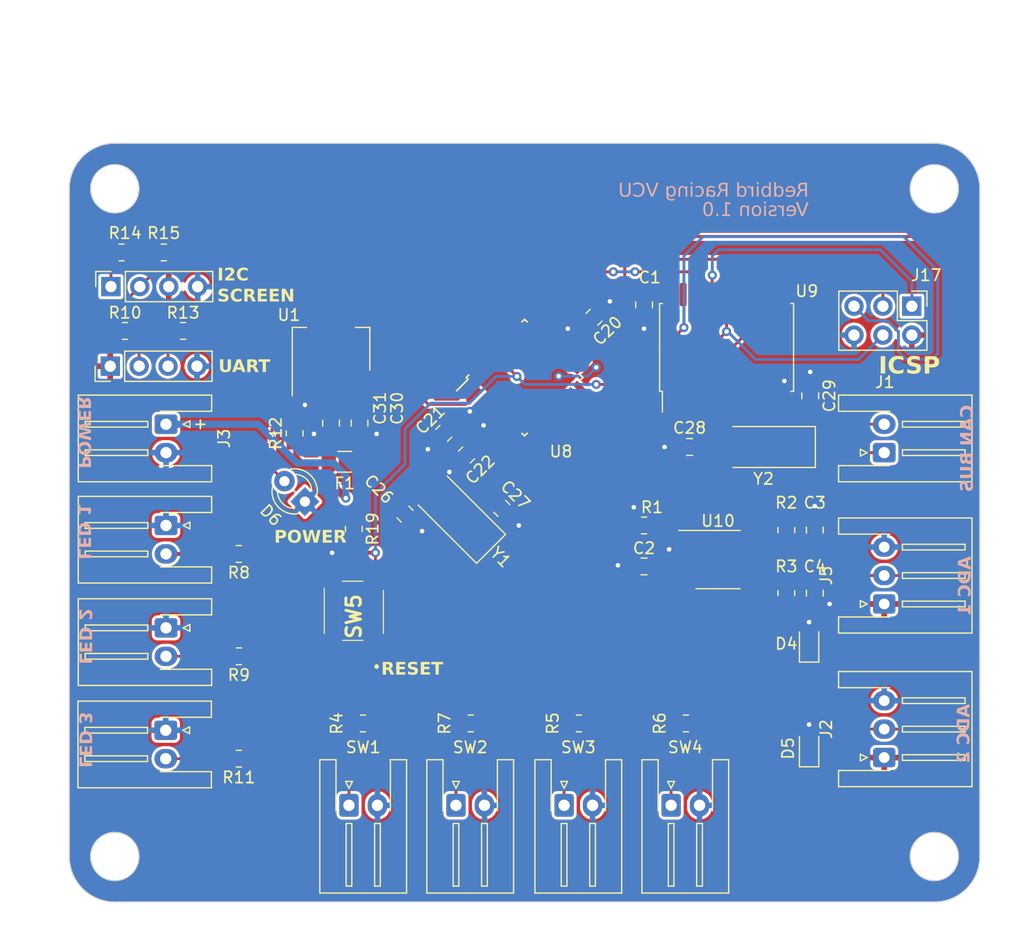
<source format=kicad_pcb>
(kicad_pcb (version 20221018) (generator pcbnew)
  (layers (0 "F.Cu" signal) (31 "B.Cu" signal) (34 "B.Paste" user) (35 "F.Paste" user) (36 "B.SilkS" user "B.Silkscreen") (37 "F.SilkS" user "F.Silkscreen") (38 "B.Mask" user) (39 "F.Mask" user) (44 "Edge.Cuts" user))
  (net 0 "")
  (net 1 "GND")
  (net 2 "+5V")
  (net 3 "Net-(C3-Pad2)")
  (net 4 "Net-(C4-Pad2)")
  (net 5 "Net-(U8-AREF)")
  (net 6 "Net-(U8-XTAL1{slash}PB6)")
  (net 7 "Net-(U8-XTAL2{slash}PB7)")
  (net 8 "Net-(U9-OSC2)")
  (net 9 "Net-(U9-OSC1)")
  (net 10 "Net-(U1-VI)")
  (net 11 "Net-(D1-A)")
  (net 12 "Net-(D2-A)")
  (net 13 "Net-(D3-A)")
  (net 14 "/AIN1")
  (net 15 "/AIN2")
  (net 16 "Net-(D6-A)")
  (net 17 "+12V")
  (net 18 "Net-(J1-Pin_1)")
  (net 19 "Net-(J1-Pin_2)")
  (net 20 "/UART_RX")
  (net 21 "/UART_TX")
  (net 22 "/MOSI")
  (net 23 "/MISO")
  (net 24 "/SCK")
  (net 25 "/RESET")
  (net 26 "/I2C_SDA")
  (net 27 "/I2C_SCL")
  (net 28 "Net-(U10-Rs)")
  (net 29 "/BTN1")
  (net 30 "/BTN2")
  (net 31 "/BTN4")
  (net 32 "/BTN3")
  (net 33 "/LED1")
  (net 34 "/LED2")
  (net 35 "/LED3")
  (net 37 "/CAN_INT")
  (net 38 "/CAN_CS")
  (net 39 "Net-(U10-TXD)")
  (net 40 "Net-(U10-RXD)")
  (footprint "Connector_JST:JST_XH_S2B-XH-A-1_1x02_P2.50mm_Horizontal" (layer "F.Cu") (at 122.35 111.5 -90)
    (fp_text reference "D2" hide)
    (fp_text value "LED")
  )
  (footprint "LED_THT:LED_D3.0mm" (layer "F.Cu") (at 134.551561 100.401561 135)
    (fp_text reference "D6")
    (fp_text value "LED")
  )
  (footprint "Connector_JST:JST_XH_S3B-XH-A-1_1x03_P2.50mm_Horizontal" (layer "F.Cu") (at 185.45 109.4 90)
    (fp_text reference "J5")
    (fp_text value "ANALOG 1")
  )
  (footprint "Resistor_SMD:R_0805_2012Metric" (layer "F.Cu") (at 139.65 119.9 180)
    (fp_text reference "R4")
    (fp_text value "10k")
  )
  (footprint "SamacSys_Parts:TL3342F260QG" (layer "F.Cu") (at 138.85 110 90)
    (fp_text reference "SW5")
    (fp_text value "SW_MEC_5E" hide)
  )
  (footprint "Connector_JST:JST_XH_S2B-XH-A-1_1x02_P2.50mm_Horizontal" (layer "F.Cu") (at 185.45 96.1 90)
    (fp_text reference "J1")
    (fp_text value "CAN Bus")
  )
  (footprint "Resistor_SMD:R_0805_2012Metric" (layer "F.Cu") (at 164.35 102.5 180)
    (fp_text reference "R1")
    (fp_text value "10k")
  )
  (footprint "Connector_JST:JST_XH_S3B-XH-A-1_1x03_P2.50mm_Horizontal" (layer "F.Cu") (at 185.45 122.9 90)
    (fp_text reference "J2")
    (fp_text value "ANALOG 2")
  )
  (footprint "Capacitor_SMD:C_0805_2012Metric" (layer "F.Cu") (at 146.75 94.4 45)
    (fp_text reference "C21")
    (fp_text value "100nF")
  )
  (footprint "Resistor_SMD:R_0805_2012Metric" (layer "F.Cu") (at 122.15 78.5 180)
    (fp_text reference "R15")
    (fp_text value "10k")
  )
  (footprint "Package_TO_SOT_SMD:SOT-223-3_TabPin2" (layer "F.Cu") (at 136.85 87 90)
    (fp_text reference "U1")
    (fp_text value "AMS1117-5.0")
  )
  (footprint "Capacitor_SMD:C_0805_2012Metric" (layer "F.Cu") (at 159.95 84.2 -135)
    (fp_text reference "C20")
    (fp_text value "22uF")
  )
  (footprint "Resistor_SMD:R_0805_2012Metric" (layer "F.Cu") (at 168.025 119.9 180)
    (fp_text reference "R6")
    (fp_text value "10k")
  )
  (footprint "Connector_JST:JST_XH_S2B-XH-A-1_1x02_P2.50mm_Horizontal" (layer "F.Cu") (at 138.425 127.1)
    (fp_text reference "SW1")
    (fp_text value "SW_Push")
  )
  (footprint "Capacitor_SMD:C_0805_2012Metric" (layer "F.Cu") (at 136.85 93.5 90)
    (fp_text reference "C31")
    (fp_text value "10uF")
  )
  (footprint "Capacitor_SMD:C_0805_2012Metric" (layer "F.Cu") (at 164.35 106.1)
    (fp_text reference "C2")
    (fp_text value "100nF")
  )
  (footprint "Capacitor_SMD:C_0805_2012Metric" (layer "F.Cu") (at 143.35 101.5 -45)
    (fp_text reference "C26")
    (fp_text value "22pF")
  )
  (footprint "Package_SO:SOIC-18W_7.5x11.6mm_P1.27mm" (layer "F.Cu") (at 171.6 86.85 90)
    (fp_text reference "U9")
    (fp_text value "MCP2515-xSO")
  )
  (footprint "Crystal:Crystal_SMD_5032-2Pin_5.0x3.2mm_HandSoldering" (layer "F.Cu") (at 147.688478 101.338478 135)
    (fp_text reference "Y1")
    (fp_text value "16MHz")
  )
  (footprint "Connector_PinSocket_2.54mm:PinSocket_1x04_P2.54mm_Vertical" (layer "F.Cu") (at 117.51 81.5 90)
    (fp_text reference "J18" hide)
    (fp_text value "LCD I2C")
  )
  (footprint "Resistor_SMD:R_0805_2012Metric" (layer "F.Cu") (at 128.75 105 180)
    (fp_text reference "R8")
    (fp_text value "1k")
  )
  (footprint "Capacitor_SMD:C_0805_2012Metric" (layer "F.Cu") (at 179.35 108.45 90)
    (fp_text reference "C4")
    (fp_text value "100nF")
  )
  (footprint "Package_SO:SOIC-8_3.9x4.9mm_P1.27mm" (layer "F.Cu") (at 170.85 105.5)
    (fp_text reference "U10")
    (fp_text value "MCP2551-I-SN")
  )
  (footprint "Connector_PinHeader_2.54mm:PinHeader_2x03_P2.54mm_Vertical" (layer "F.Cu") (at 187.875 83.225 -90)
    (fp_text reference "J17")
    (fp_text value "ICSP")
  )
  (footprint "Capacitor_SMD:C_0805_2012Metric" (layer "F.Cu") (at 168.35 95.6)
    (fp_text reference "C28")
    (fp_text value "22pF")
  )
  (footprint "Resistor_SMD:R_0805_2012Metric" (layer "F.Cu") (at 133.65 94.4 90)
    (fp_text reference "R12")
    (fp_text value "1k")
  )
  (footprint "Resistor_SMD:R_0805_2012Metric" (layer "F.Cu") (at 158.625 119.9 180)
    (fp_text reference "R5")
    (fp_text value "10k")
  )
  (footprint "Fuse:Fuse_1206_3216Metric" (layer "F.Cu") (at 138.05 96.9)
    (fp_text reference "F1")
    (fp_text value "MF-NSMF050-2")
  )
  (footprint "Connector_JST:JST_XH_S2B-XH-A-1_1x02_P2.50mm_Horizontal" (layer "F.Cu") (at 122.35 102.5 -90)
    (fp_text reference "D1" hide)
    (fp_text value "LED")
  )
  (footprint "Resistor_SMD:R_0805_2012Metric" (layer "F.Cu") (at 128.75 123 180)
    (fp_text reference "R11")
    (fp_text value "1k")
  )
  (footprint "Resistor_SMD:R_0805_2012Metric" (layer "F.Cu") (at 138.85 102.8 -90)
    (fp_text reference "R19")
    (fp_text value "10k")
  )
  (footprint "Capacitor_SMD:C_0805_2012Metric" (layer "F.Cu") (at 151.85 101 -45)
    (fp_text reference "C27")
    (fp_text value "22pF")
  )
  (footprint "Capacitor_SMD:C_0805_2012Metric" (layer "F.Cu") (at 178.95 91.1 -90)
    (fp_text reference "C29")
    (fp_text value "22pF")
  )
  (footprint "Capacitor_SMD:C_0805_2012Metric" (layer "F.Cu") (at 139.35 93.5 90)
    (fp_text reference "C30")
    (fp_text value "10uF")
  )
  (footprint "Crystal:Crystal_SMD_5032-2Pin_5.0x3.2mm_HandSoldering" (layer "F.Cu") (at 174.85 95.6 180)
    (fp_text reference "Y2")
    (fp_text value "16MHz")
  )
  (footprint "Resistor_SMD:R_0805_2012Metric" (layer "F.Cu") (at 128.75 114 180)
    (fp_text reference "R9")
    (fp_text value "1k")
  )
  (footprint "Connector_PinHeader_2.54mm:PinHeader_1x04_P2.54mm_Vertical" (layer "F.Cu") (at 117.45 88.5 90)
    (fp_text reference "J12" hide)
    (fp_text value "UART")
  )
  (footprint "Connector_JST:JST_XH_S2B-XH-A-1_1x02_P2.50mm_Horizontal" (layer "F.Cu") (at 122.325 120.5 -90)
    (fp_text reference "D3" hide)
    (fp_text value "LED")
  )
  (footprint "Resistor_SMD:R_0805_2012Metric" (layer "F.Cu") (at 176.85 108.45 -90)
    (fp_text reference "R3")
    (fp_text value "100")
  )
  (footprint "Resistor_SMD:R_0805_2012Metric" (layer "F.Cu") (at 123.85 85.4 180)
    (fp_text reference "R13")
    (fp_text value "10k")
  )
  (footprint "Capacitor_SMD:C_0805_2012Metric" (layer "F.Cu") (at 164.35 83.1 90)
    (fp_text reference "C1")
    (fp_text value "100nF")
  )
  (footprint "Resistor_SMD:R_0805_2012Metric" (layer "F.Cu") (at 118.75 85.4)
    (fp_text reference "R10")
    (fp_text value "10k")
  )
  (footprint "Diode_SMD:D_SOD-323" (layer "F.Cu") (at 178.85 122.1 90)
    (fp_text reference "D5")
    (fp_text value "PDZ5.1B")
  )
  (footprint "Connector_JST:JST_XH_S2B-XH-A-1_1x02_P2.50mm_Horizontal" (layer "F.Cu") (at 166.725 127.1)
    (fp_text reference "SW4")
    (fp_text value "SW_Push")
  )
  (footprint "Capacitor_SMD:C_0805_2012Metric" (layer "F.Cu") (at 179.35 102.9 -90)
    (fp_text reference "C3")
    (fp_text value "100nF")
  )
  (footprint "Resistor_SMD:R_0805_2012Metric" (layer "F.Cu") (at 176.85 102.9 90)
    (fp_text reference "R2")
    (fp_text value "100")
  )
  (footprint "Connector_JST:JST_XH_S2B-XH-A-1_1x02_P2.50mm_Horizontal" (layer "F.Cu") (at 122.35 93.6 -90)
    (fp_text reference "J3")
    (fp_text value "POWER")
  )
  (footprint "Connector_JST:JST_XH_S2B-XH-A-1_1x02_P2.50mm_Horizontal" (layer "F.Cu") (at 157.325 127.1)
    (fp_text reference "SW3")
    (fp_text value "SW_Push")
  )
  (footprint "Capacitor_SMD:C_0805_2012Metric" (layer "F.Cu") (at 148.75 96.3 45)
    (fp_text reference "C22")
    (fp_text value "100nF")
  )
  (footprint "Resistor_SMD:R_0805_2012Metric" (layer "F.Cu") (at 149.125 119.9 180)
    (fp_text reference "R7")
    (fp_text value "10k")
  )
  (footprint "Diode_SMD:D_SOD-323" (layer "F.Cu") (at 178.85 112.9 90)
    (fp_text reference "D4")
    (fp_text value "PDZ5.1B")
  )
  (footprint "Connector_JST:JST_XH_S2B-XH-A-1_1x02_P2.50mm_Horizontal" (layer "F.Cu") (at 147.825 127.1)
    (fp_text reference "SW2")
    (fp_text value "SW_Push")
  )
  (footprint "Package_QFP:TQFP-32_7x7mm_P0.8mm" (layer "F.Cu") (at 153.85 89.5 45)
    (fp_text reference "U8")
    (fp_text value "ATmega328P-A")
  )
  (footprint "Resistor_SMD:R_0805_2012Metric" (layer "F.Cu") (at 118.45 78.5 180)
    (fp_text reference "R14")
    (fp_text value "10k")
  )
  (gr_line (start 117.85 68.9) (end 189.85 68.9) (stroke (width 0.1)) (layer "Edge.Cuts"))
  (gr_line (start 117.85 135.6) (end 189.85 135.6) (stroke (width 0.1)) (layer "Edge.Cuts"))
  (gr_arc (start 193.85 131.6) (mid 192.678427 134.428427) (end 189.85 135.6) (stroke (width 0.1)) (layer "Edge.Cuts"))
  (gr_line (start 113.85 72.9) (end 113.85 131.6) (stroke (width 0.1)) (layer "Edge.Cuts"))
  (gr_circle (center 189.85 131.6) (end 191.35 133.1) (stroke (width 0.1)) (fill none) (layer "Edge.Cuts"))
  (gr_circle (center 117.85 72.9) (end 119.35 74.4) (stroke (width 0.1)) (fill none) (layer "Edge.Cuts"))
  (gr_arc (start 113.85 72.9) (mid 115.021573 70.071573) (end 117.85 68.9) (stroke (width 0.1)) (layer "Edge.Cuts"))
  (gr_circle (center 189.85 72.9) (end 191.35 74.4) (stroke (width 0.1)) (fill none) (layer "Edge.Cuts"))
  (gr_arc (start 189.85 68.9) (mid 192.678427 70.071573) (end 193.85 72.9) (stroke (width 0.1)) (layer "Edge.Cuts"))
  (gr_line (start 193.85 131.6) (end 193.85 72.9) (stroke (width 0.1)) (layer "Edge.Cuts"))
  (gr_arc (start 117.85 135.6) (mid 115.021573 134.428427) (end 113.85 131.6) (stroke (width 0.1)) (layer "Edge.Cuts"))
  (gr_circle (center 117.85 131.6) (end 119.35 133.1) (stroke (width 0.1)) (fill none) (layer "Edge.Cuts"))
  (gr_text "LED 3" (at 114.55 123.8 270) (layer "B.SilkS") (effects (font (size 1.1 1.1) (thickness 0.275) bold) (justify left bottom mirror)))
  (gr_text "ADC 1" (at 193.225 105.2 90) (layer "B.SilkS") (effects (font (size 1.1 1.1) (thickness 0.275) bold) (justify left bottom mirror)))
  (gr_text "Version 1.0" (at 178.825 75.5) (layer "B.SilkS") (effects (font (size 1.2 1.2)) (justify left bottom mirror)))
  (gr_text "CAN BUS" (at 193.425 91.9 90) (layer "B.SilkS") (effects (font (size 1.1 1.1) (thickness 0.275) bold) (justify left bottom mirror)))
  (gr_text "LED 1" (at 114.45 105.5 270) (layer "B.SilkS") (effects (font (size 1.1 1.1) (thickness 0.275) bold) (justify left bottom mirror)))
  (gr_text "Redbird Racing VCU" (at 178.825 73.8) (layer "B.SilkS") (effects (font (size 1.2 1.2)) (justify left bottom mirror)))
  (gr_text "POWER" (at 114.45 97.5 -90) (layer "B.SilkS") (effects (font (size 1.1 1.1) (thickness 0.275) bold) (justify left bottom mirror)))
  (gr_text "LED 2\n" (at 114.55 114.7 270) (layer "B.SilkS") (effects (font (size 1.1 1.1) (thickness 0.275) bold) (justify left bottom mirror)))
  (gr_text "ADC 2" (at 193.125 118.2 90) (layer "B.SilkS") (effects (font (size 1.1 1.1) (thickness 0.275) bold) (justify left bottom mirror)))
  (gr_text "ICSP" (at 184.95 89.4) (layer "F.SilkS") (effects (font (size 1.5 1.5) (thickness 0.3) bold) (justify left bottom)))
  (gr_text "POWER" (at 131.85 104.2) (layer "F.SilkS") (effects (font (size 1.1 1.1) (thickness 0.275) bold) (justify left bottom)))
  (gr_text "UART" (at 126.95 89.2) (layer "F.SilkS") (effects (font (size 1.1 1.1) (thickness 0.275) bold) (justify left bottom)))
  (gr_text "I2C\nSCREEN" (at 126.85 83) (layer "F.SilkS") (effects (font (size 1.1 1.1) (thickness 0.275) bold) (justify left bottom)))
  (gr_text "+\n" (at 124.65 94.12) (layer "F.SilkS") (effects (font (size 1 1)) (justify left bottom)))
  (gr_text "RESET" (at 141.25 115.8) (layer "F.SilkS") (effects (font (size 1.1 1.1) (thickness 0.275) bold) (justify left bottom)))
  (segment (start 134.55 90.15) (end 134.55 91.9) (width 0.254) (layer "F.Cu") (net 1))
  (segment (start 151.127639 92.822361) (end 151.127639 92.788047) (width 0.254) (layer "F.Cu") (net 1))
  (segment (start 168.375 104.865) (end 166.815 104.865) (width 0.25) (layer "F.Cu") (net 1))
  (segment (start 166.815 104.865) (end 166.55 104.6) (width 0.25) (layer "F.Cu") (net 1))
  (segment (start 140.85 94.45) (end 139.35 94.45) (width 0.254) (layer "F.Cu") (net 1))
  (segment (start 163.4 106.1) (end 162.15 106.1) (width 0.254) (layer "F.Cu") (net 1))
  (segment (start 179.35 101.95) (end 179.35 100.8) (width 0.254) (layer "F.Cu") (net 1))
  (segment (start 156.638047 86.211953) (end 157.65 85.2) (width 0.254) (layer "F.Cu") (net 1))
  (segment (start 163.4375 100.9125) (end 163.45 100.9) (width 0.254) (layer "F.Cu") (net 1))
  (segment (start 144.021751 102.171751) (end 144.85 103) (width 0.254) (layer "F.Cu") (net 1))
  (segment (start 164.35 84.05) (end 164.35 85.2) (width 0.254) (layer "F.Cu") (net 1))
  (segment (start 152.521751 101.671751) (end 153.35 102.5) (width 0.254) (layer "F.Cu") (net 1))
  (segment (start 149.041145 92.473961) (end 149.178983 92.473961) (width 0.254) (layer "F.Cu") (net 1))
  (segment (start 162.15 106.1) (end 162.05 106) (width 0.254) (layer "F.Cu") (net 1))
  (segment (start 161.35 82.8) (end 160.621751 83.528249) (width 0.254) (layer "F.Cu") (net 1))
  (segment (start 176.68 89.8) (end 176.68 91.5) (width 0.254) (layer "F.Cu") (net 1))
  (segment (start 148.078249 96.971751) (end 147.25 97.8) (width 0.254) (layer "F.Cu") (net 1))
  (segment (start 150.25 93.7) (end 151.127639 92.822361) (width 0.254) (layer "F.Cu") (net 1))
  (segment (start 178.85 111) (end 178.85 111.85) (width 0.254) (layer "F.Cu") (net 1))
  (segment (start 136.95 106.85) (end 136.95 104.9) (width 0.34925) (layer "F.Cu") (net 1))
  (segment (start 146.078249 95.071751) (end 145.35 95.8) (width 0.254) (layer "F.Cu") (net 1))
  (segment (start 136.95 106.85) (end 136.95 113.15) (width 0.34925) (layer "F.Cu") (net 1))
  (segment (start 178.95 90.15) (end 178.95 89) (width 0.25) (layer "F.Cu") (net 1))
  (segment (start 178.85 120) (end 178.85 120.85) (width 0.254) (layer "F.Cu") (net 1))
  (segment (start 156.572361 86.211953) (end 156.638047 86.211953) (width 0.254) (layer "F.Cu") (net 1))
  (segment (start 135.35 94.45) (end 136.85 94.45) (width 0.254) (layer "F.Cu") (net 1))
  (segment (start 163.4375 102.5) (end 163.4375 100.9125) (width 0.254) (layer "F.Cu") (net 1))
  (segment (start 180.65 109.4) (end 179.35 109.4) (width 0.254) (layer "F.Cu") (net 1))
  (segment (start 167.4 95.6) (end 166.15 95.6) (width 0.254) (layer "F.Cu") (net 1))
  (segment (start 149.178983 92.473961) (end 149.996268 91.656676) (width 0.254) (layer "F.Cu") (net 1))
  (via (at 153.35 102.5) (size 0.8) (drill 0.4) (layers "F.Cu" "B.Cu") (net 1))
  (via (at 150.25 93.7) (size 0.8) (drill 0.4) (layers "F.Cu" "B.Cu") (net 1))
  (via (at 179.35 100.8) (size 0.8) (drill 0.4) (layers "F.Cu" "B.Cu") (net 1))
  (via (at 178.85 120) (size 0.8) (drill 0.4) (layers "F.Cu" "B.Cu") (net 1))
  (via (at 134.55 91.9) (size 0.8) (drill 0.4) (layers "F.Cu" "B.Cu") (net 1))
  (via (at 163.45 100.9) (size 0.8) (drill 0.4) (layers "F.Cu" "B.Cu") (net 1))
  (via (at 178.95 89) (size 0.8) (drill 0.4) (layers "F.Cu" "B.Cu") (net 1))
  (via (at 164.35 85.2) (size 0.8) (drill 0.4) (layers "F.Cu" "B.Cu") (net 1))
  (via (at 136.95 104.9) (size 0.8) (drill 0.4) (layers "F.Cu" "B.Cu") (net 1))
  (via (at 166.15 95.6) (size 0.8) (drill 0.4) (layers "F.Cu" "B.Cu") (net 1))
  (via (at 140.85 94.45) (size 0.8) (drill 0.4) (layers "F.Cu" "B.Cu") (net 1))
  (via (at 149.041145 92.473961) (size 0.8) (drill 0.4) (layers "F.Cu" "B.Cu") (net 1))
  (via (at 162.05 106) (size 0.8) (drill 0.4) (layers "F.Cu" "B.Cu") (net 1))
  (via (at 180.65 109.4) (size 0.8) (drill 0.4) (layers "F.Cu" "B.Cu") (net 1))
  (via (at 135.35 94.45) (size 0.8) (drill 0.4) (layers "F.Cu" "B.Cu") (net 1))
  (via (at 161.35 82.8) (size 0.8) (drill 0.4) (layers "F.Cu" "B.Cu") (net 1))
  (via (at 147.25 97.8) (size 0.8) (drill 0.4) (layers "F.Cu" "B.Cu") (net 1))
  (via (at 157.65 85.2) (size 0.8) (drill 0.4) (layers "F.Cu" "B.Cu") (net 1))
  (via (at 166.55 104.6) (size 0.8) (drill 0.4) (layers "F.Cu" "B.Cu") (net 1))
  (via (at 145.35 95.8) (size 0.8) (drill 0.4) (layers "F.Cu" "B.Cu") (net 1))
  (via (at 144.85 103) (size 0.8) (drill 0.4) (layers "F.Cu" "B.Cu") (net 1))
  (via (at 176.68 89.8) (size 0.8) (drill 0.4) (layers "F.Cu" "B.Cu") (net 1))
  (via (at 178.85 111) (size 0.8) (drill 0.4) (layers "F.Cu" "B.Cu") (net 1))
  (segment (start 150.347056 94.702944) (end 150.347056 94.7) (width 0.254) (layer "F.Cu") (net 2))
  (segment (start 147.85 93.3) (end 149.484314 93.3) (width 0.254) (layer "F.Cu") (net 2))
  (segment (start 149.484314 93.3) (end 150.561953 92.222361) (width 0.254) (layer "F.Cu") (net 2))
  (segment (start 147.421751 93.728249) (end 147.85 93.3) (width 0.254) (layer "F.Cu") (net 2))
  (segment (start 168.34 106.1) (end 168.375 106.135) (width 0.254) (layer "F.Cu") (net 2))
  (segment (start 149.421751 95.628249) (end 150.347056 94.702944) (width 0.254) (layer "F.Cu") (net 2))
  (segment (start 165.3 106.1) (end 168.34 106.1) (width 0.254) (layer "F.Cu") (net 2))
  (segment (start 150.347056 94.7) (end 151.693324 93.353732) (width 0.254) (layer "F.Cu") (net 2))
  (via (at 160.15 88.6) (size 0.8) (drill 0.4) (layers "F.Cu" "B.Cu") (net 2))
  (via (at 156.850464 89.373036) (size 0.8) (drill 0.4) (layers "F.Cu" "B.Cu") (net 2))
  (segment (start 160.15 88.6) (end 159.376964 89.373036) (width 0.254) (layer "B.Cu") (net 2))
  (segment (start 159.376964 89.373036) (end 156.850464 89.373036) (width 0.254) (layer "B.Cu") (net 2))
  (segment (start 176.85 101.9875) (end 177.8375 101.9875) (width 0.254) (layer "F.Cu") (net 3))
  (segment (start 177.8375 101.9875) (end 178.05 102.2) (width 0.254) (layer "F.Cu") (net 3))
  (segment (start 178.05 103.6) (end 178.3 103.85) (width 0.254) (layer "F.Cu") (net 3))
  (segment (start 178.3 103.85) (end 179.35 103.85) (width 0.254) (layer "F.Cu") (net 3))
  (segment (start 178.05 102.2) (end 178.05 103.6) (width 0.254) (layer "F.Cu") (net 3))
  (segment (start 178.35 107.5) (end 178.05 107.8) (width 0.254) (layer "F.Cu") (net 4))
  (segment (start 177.7875 109.3625) (end 176.85 109.3625) (width 0.254) (layer "F.Cu") (net 4))
  (segment (start 178.05 107.8) (end 178.05 109.1) (width 0.254) (layer "F.Cu") (net 4))
  (segment (start 179.35 107.5) (end 178.35 107.5) (width 0.254) (layer "F.Cu") (net 4))
  (segment (start 178.05 109.1) (end 177.7875 109.3625) (width 0.254) (layer "F.Cu") (net 4))
  (segment (start 159.278249 84.871751) (end 159.043935 84.871751) (width 0.254) (layer "F.Cu") (net 5))
  (segment (start 159.043935 84.871751) (end 157.138047 86.777639) (width 0.254) (layer "F.Cu") (net 5))
  (segment (start 147.15 99.5) (end 150.95 95.7) (width 0.254) (layer "F.Cu") (net 6))
  (segment (start 145.85 99.5) (end 147.15 99.5) (width 0.254) (layer "F.Cu") (net 6))
  (segment (start 144.55 99.5) (end 144.35 99.3) (width 0.254) (layer "F.Cu") (net 6))
  (segment (start 142.821751 100.828249) (end 142.678249 100.828249) (width 0.254) (layer "F.Cu") (net 6))
  (segment (start 150.95 95.228427) (end 152.25901 93.919417) (width 0.254) (layer "F.Cu") (net 6))
  (segment (start 150.95 95.7) (end 150.95 95.228427) (width 0.254) (layer "F.Cu") (net 6))
  (segment (start 145.85 99.5) (end 144.55 99.5) (width 0.254) (layer "F.Cu") (net 6))
  (segment (start 144.35 99.3) (end 142.821751 100.828249) (width 0.254) (layer "F.Cu") (net 6))
  (segment (start 151.178249 100.271751) (end 151.85 99.6) (width 0.254) (layer "F.Cu") (net 7))
  (segment (start 152.824695 94.525305) (end 152.824695 94.485103) (width 0.254) (layer "F.Cu") (net 7))
  (segment (start 151.121751 100.328249) (end 151.178249 100.328249) (width 0.254) (layer "F.Cu") (net 7))
  (segment (start 149.526956 103.176956) (end 149.526956 101.923044) (width 0.254) (layer "F.Cu") (net 7))
  (segment (start 151.178249 100.328249) (end 151.178249 100.271751) (width 0.254) (layer "F.Cu") (net 7))
  (segment (start 149.526956 101.923044) (end 151.121751 100.328249) (width 0.254) (layer "F.Cu") (net 7))
  (segment (start 151.85 95.5) (end 152.824695 94.525305) (width 0.254) (layer "F.Cu") (net 7))
  (segment (start 151.85 99.6) (end 151.85 95.5) (width 0.254) (layer "F.Cu") (net 7))
  (segment (start 172.25 94.1) (end 172.25 95.6) (width 0.254) (layer "F.Cu") (net 8))
  (segment (start 174.14 91.5) (end 174.14 92.81) (width 0.254) (layer "F.Cu") (net 8))
  (segment (start 174.14 92.81) (end 173.45 93.5) (width 0.254) (layer "F.Cu") (net 8))
  (segment (start 173.45 93.5) (end 172.85 93.5) (width 0.254) (layer "F.Cu") (net 8))
  (segment (start 169.3 95.6) (end 172.25 95.6) (width 0.254) (layer "F.Cu") (net 8))
  (segment (start 172.85 93.5) (end 172.25 94.1) (width 0.254) (layer "F.Cu") (net 8))
  (segment (start 178.95 92.8) (end 178.95 92.05) (width 0.254) (layer "F.Cu") (net 9))
  (segment (start 177.45 93.6) (end 177.45 95.6) (width 0.254) (layer "F.Cu") (net 9))
  (segment (start 178.25 93.5) (end 178.95 92.8) (width 0.254) (layer "F.Cu") (net 9))
  (segment (start 176.15 93.5) (end 177.35 93.5) (width 0.254) (layer "F.Cu") (net 9))
  (segment (start 177.35 93.5) (end 178.25 93.5) (width 0.254) (layer "F.Cu") (net 9))
  (segment (start 177.35 93.5) (end 177.45 93.6) (width 0.254) (layer "F.Cu") (net 9))
  (segment (start 175.41 92.76) (end 176.15 93.5) (width 0.254) (layer "F.Cu") (net 9))
  (segment (start 175.41 91.5) (end 175.41 92.76) (width 0.254) (layer "F.Cu") (net 9))
  (segment (start 139.45 96.9) (end 141.35 96.9) (width 0.635) (layer "F.Cu") (net 10))
  (segment (start 139.35 92.55) (end 139.15 92.35) (width 0.254) (layer "F.Cu") (net 10))
  (segment (start 142.35 93.7) (end 141.2 92.55) (width 0.635) (layer "F.Cu") (net 10))
  (segment (start 141.35 96.9) (end 142.35 95.9) (width 0.635) (layer "F.Cu") (net 10))
  (segment (start 142.35 95.9) (end 142.35 93.7) (width 0.635) (layer "F.Cu") (net 10))
  (segment (start 141.2 92.55) (end 139.35 92.55) (width 0.635) (layer "F.Cu") (net 10))
  (segment (start 122.35 105) (end 127.8375 105) (width 0.34925) (layer "F.Cu") (net 11))
  (segment (start 122.35 114) (end 127.8375 114) (width 0.25) (layer "F.Cu") (net 12))
  (segment (start 122.325 123) (end 127.8375 123) (width 0.25) (layer "F.Cu") (net 13))
  (segment (start 162.290202 77.1) (end 188.55 77.1) (width 0.254) (layer "F.Cu") (net 14))
  (segment (start 178.85 113.95) (end 181 113.95) (width 0.25) (layer "F.Cu") (net 14))
  (segment (start 188.55 77.1) (end 190.95 79.5) (width 0.254) (layer "F.Cu") (net 14))
  (segment (start 182.35 112.6) (end 182.35 107.9) (width 0.25) (layer "F.Cu") (net 14))
  (segment (start 182.35 107.9) (end 183.35 106.9) (width 0.25) (layer "F.Cu") (net 14))
  (segment (start 190.95 79.5) (end 190.95 105.4) (width 0.254) (layer "F.Cu") (net 14))
  (segment (start 154.875305 84.514897) (end 162.290202 77.1) (width 0.254) (layer "F.Cu") (net 14))
  (segment (start 190.95 105.4) (end 189.45 106.9) (width 0.254) (layer "F.Cu") (net 14))
  (segment (start 181 113.95) (end 182.35 112.6) (width 0.25) (layer "F.Cu") (net 14))
  (segment (start 189.45 106.9) (end 185.45 106.9) (width 0.254) (layer "F.Cu") (net 14))
  (segment (start 183.35 106.9) (end 185.45 106.9) (width 0.25) (layer "F.Cu") (net 14))
  (segment (start 152.824695 84.514897) (end 152.824695 84.474695) (width 0.254) (layer "F.Cu") (net 15))
  (segment (start 180.5 123.15) (end 183.25 120.4) (width 0.25) (layer "F.Cu") (net 15))
  (segment (start 188.738053 76.646) (end 191.404 79.311948) (width 0.254) (layer "F.Cu") (net 15))
  (segment (start 185.45 120.4) (end 189.45 120.4) (width 0.25) (layer "F.Cu") (net 15))
  (segment (start 151.85 83.5) (end 151.85 82.5) (width 0.254) (layer "F.Cu") (net 15))
  (segment (start 152.824695 84.474695) (end 151.85 83.5) (width 0.254) (layer "F.Cu") (net 15))
  (segment (start 151.85 82.5) (end 157.704 76.646) (width 0.254) (layer "F.Cu") (net 15))
  (segment (start 191.404 79.311948) (end 191.404 117.096) (width 0.254) (layer "F.Cu") (net 15))
  (segment (start 189.45 120.4) (end 191.404 118.446) (width 0.25) (layer "F.Cu") (net 15))
  (segment (start 157.704 76.646) (end 188.738053 76.646) (width 0.254) (layer "F.Cu") (net 15))
  (segment (start 191.404 118.446) (end 191.404 117.096) (width 0.25) (layer "F.Cu") (net 15))
  (segment (start 178.85 123.15) (end 180.5 123.15) (width 0.25) (layer "F.Cu") (net 15))
  (segment (start 183.25 120.4) (end 185.45 120.4) (width 0.25) (layer "F.Cu") (net 15))
  (segment (start 131.65 94.1) (end 131.65 97.5) (width 0.254) (layer "F.Cu") (net 16))
  (segment (start 133.65 93.4875) (end 132.2625 93.4875) (width 0.254) (layer "F.Cu") (net 16))
  (segment (start 131.65 97.5) (end 132.75551 98.60551) (width 0.254) (layer "F.Cu") (net 16))
  (segment (start 132.2625 93.4875) (end 131.65 94.1) (width 0.254) (layer "F.Cu") (net 16))
  (segment (start 133.65 96.2) (end 134.35 96.9) (width 0.254) (layer "F.Cu") (net 17))
  (segment (start 136.65 98.6) (end 136.65 96.9) (width 0.635) (layer "F.Cu") (net 17))
  (segment (start 134.35 96.9) (end 136.65 96.9) (width 0.254) (layer "F.Cu") (net 17))
  (segment (start 133.65 95.3125) (end 133.65 96.2) (width 0.254) (layer "F.Cu") (net 17))
  (segment (start 138.15 100.1) (end 136.65 98.6) (width 0.635) (layer "F.Cu") (net 17))
  (via (at 138.15 100.1) (size 0.8) (drill 0.4) (layers "F.Cu" "B.Cu") (net 17))
  (segment (start 137.05 97) (end 133.85 97) (width 0.635) (layer "B.Cu") (net 17))
  (segment (start 138.15 98.1) (end 137.05 97) (width 0.635) (layer "B.Cu") (net 17))
  (segment (start 130.45 93.6) (end 122.35 93.6) (width 0.635) (layer "B.Cu") (net 17))
  (segment (start 138.15 100.1) (end 138.15 98.1) (width 0.635) (layer "B.Cu") (net 17))
  (segment (start 133.85 97) (end 130.45 93.6) (width 0.635) (layer "B.Cu") (net 17))
  (segment (start 182.75 97.3) (end 183.95 96.1) (width 0.254) (layer "F.Cu") (net 18))
  (segment (start 182.75 104.9) (end 182.75 97.3) (width 0.254) (layer "F.Cu") (net 18))
  (segment (start 181.55 106.1) (end 182.75 104.9) (width 0.254) (layer "F.Cu") (net 18))
  (segment (start 183.95 96.1) (end 185.45 96.1) (width 0.254) (layer "F.Cu") (net 18))
  (segment (start 177.65 106.1) (end 181.55 106.1) (width 0.254) (layer "F.Cu") (net 18))
  (segment (start 174.585 106.135) (end 175.9875 107.5375) (width 0.254) (layer "F.Cu") (net 18))
  (segment (start 176.85 106.9) (end 177.65 106.1) (width 0.254) (layer "F.Cu") (net 18))
  (segment (start 173.325 106.135) (end 174.585 106.135) (width 0.254) (layer "F.Cu") (net 18))
  (segment (start 175.9875 107.5375) (end 176.85 107.5375) (width 0.254) (layer "F.Cu") (net 18))
  (segment (start 176.85 107.5375) (end 176.85 106.9) (width 0.254) (layer "F.Cu") (net 18))
  (segment (start 181.05 105.1) (end 181.65 104.5) (width 0.254) (layer "F.Cu") (net 19))
  (segment (start 176.85 103.8125) (end 176.85 104.5) (width 0.254) (layer "F.Cu") (net 19))
  (segment (start 175.6375 103.8125) (end 176.85 103.8125) (width 0.254) (layer "F.Cu") (net 19))
  (segment (start 181.65 104.5) (end 181.65 95.8) (width 0.254) (layer "F.Cu") (net 19))
  (segment (start 176.85 104.5) (end 177.45 105.1) (width 0.254) (layer "F.Cu") (net 19))
  (segment (start 173.325 104.865) (end 174.585 104.865) (width 0.254) (layer "F.Cu") (net 19))
  (segment (start 177.45 105.1) (end 181.05 105.1) (width 0.254) (layer "F.Cu") (net 19))
  (segment (start 181.65 95.8) (end 183.85 93.6) (width 0.254) (layer "F.Cu") (net 19))
  (segment (start 174.585 104.865) (end 175.6375 103.8125) (width 0.254) (layer "F.Cu") (net 19))
  (segment (start 183.85 93.6) (end 185.45 93.6) (width 0.254) (layer "F.Cu") (net 19))
  (segment (start 128.907948 79.8) (end 124.961948 83.746) (width 0.254) (layer "F.Cu") (net 20))
  (segment (start 142.452944 79.8) (end 128.907948 79.8) (width 0.254) (layer "F.Cu") (net 20))
  (segment (start 120.504 83.746) (end 119.6625 84.5875) (width 0.254) (layer "F.Cu") (net 20))
  (segment (start 149.996268 87.343324) (end 142.452944 79.8) (width 0.254) (layer "F.Cu") (net 20))
  (segment (start 124.961948 83.746) (end 120.504 83.746) (width 0.254) (layer "F.Cu") (net 20))
  (segment (start 119.99 86.84) (end 119.99 88.5) (width 0.254) (layer "F.Cu") (net 20))
  (segment (start 119.6625 86.5125) (end 119.99 86.84) (width 0.254) (layer "F.Cu") (net 20))
  (segment (start 119.6625 84.5875) (end 119.6625 85.4) (width 0.254) (layer "F.Cu") (net 20))
  (segment (start 119.6625 85.4) (end 119.6625 86.5125) (width 0.254) (layer "F.Cu") (net 20))
  (segment (start 122.53 86.82) (end 122.53 88.5) (width 0.254) (layer "F.Cu") (net 21))
  (segment (start 122.9375 86.4125) (end 122.53 86.82) (width 0.254) (layer "F.Cu") (net 21))
  (segment (start 123.35 84.2) (end 122.9375 84.6125) (width 0.254) (layer "F.Cu") (net 21))
  (segment (start 141.921573 80.4) (end 128.95 80.4) (width 0.254) (layer "F.Cu") (net 21))
  (segment (start 122.9375 84.6125) (end 122.9375 85.4) (width 0.254) (layer "F.Cu") (net 21))
  (segment (start 122.9375 85.4) (end 122.9375 86.4125) (width 0.254) (layer "F.Cu") (net 21))
  (segment (start 125.15 84.2) (end 123.35 84.2) (width 0.254) (layer "F.Cu") (net 21))
  (segment (start 149.430583 87.90901) (end 141.921573 80.4) (width 0.254) (layer "F.Cu") (net 21))
  (segment (start 128.95 80.4) (end 125.15 84.2) (width 0.254) (layer "F.Cu") (net 21))
  (segment (start 165.392052 87.8) (end 161.238052 91.954) (width 0.254) (layer "F.Cu") (net 22))
  (segment (start 169.25 87.8) (end 165.392052 87.8) (width 0.254) (layer "F.Cu") (net 22))
  (segment (start 171.6 85.45) (end 169.25 87.8) (width 0.254) (layer "F.Cu") (net 22))
  (segment (start 159.132427 91.954) (end 158.269417 91.09099) (width 0.254) (layer "F.Cu") (net 22))
  (segment (start 171.6 82.2) (end 171.6 85.45) (width 0.254) (layer "F.Cu") (net 22))
  (segment (start 161.238052 91.954) (end 159.132427 91.954) (width 0.254) (layer "F.Cu") (net 22))
  (via (at 171.6 85.45) (size 0.8) (drill 0.4) (layers "F.Cu" "B.Cu") (net 22))
  (segment (start 171.6 85.45) (end 171.7 85.45) (width 0.254) (layer "B.Cu") (net 22))
  (segment (start 183.2 87.9) (end 185.335 85.765) (width 0.254) (layer "B.Cu") (net 22))
  (segment (start 171.7 85.45) (end 174.15 87.9) (width 0.254) (layer "B.Cu") (net 22))
  (segment (start 174.15 87.9) (end 183.2 87.9) (width 0.254) (layer "B.Cu") (net 22))
  (segment (start 165.05 87.2) (end 160.95 91.3) (width 0.254) (layer "F.Cu") (net 23))
  (segment (start 168.45 87.2) (end 165.05 87.2) (width 0.254) (layer "F.Cu") (net 23))
  (segment (start 170.35 85.3) (end 168.45 87.2) (width 0.254) (layer "F.Cu") (net 23))
  (segment (start 170.33 82.2) (end 170.33 80.52) (width 0.254) (layer "F.Cu") (net 23))
  (segment (start 170.33 82.2) (end 170.35 82.22) (width 0.254) (layer "F.Cu") (net 23))
  (segment (start 158.875305 90.525305) (end 158.835103 90.525305) (width 0.254) (layer "F.Cu") (net 23))
  (segment (start 170.33 80.52) (end 170.35 80.5) (width 0.254) (layer "F.Cu") (net 23))
  (segment (start 159.65 91.3) (end 158.875305 90.525305) (width 0.254) (layer "F.Cu") (net 23))
  (segment (start 160.95 91.3) (end 159.65 91.3) (width 0.254) (layer "F.Cu") (net 23))
  (segment (start 170.35 82.22) (end 170.35 85.3) (width 0.254) (layer "F.Cu") (net 23))
  (via (at 170.35 80.5) (size 0.8) (drill 0.4) (layers "F.Cu" "B.Cu") (net 23))
  (segment (start 170.35 78.8) (end 170.896 78.254) (width 0.254) (layer "B.Cu") (net 23))
  (segment (start 170.896 78.254) (end 185.104 78.254) (width 0.254) (layer "B.Cu") (net 23))
  (segment (start 185.104 78.254) (end 187.875 81.025) (width 0.254) (layer "B.Cu") (net 23))
  (segment (start 170.35 80.5) (end 170.35 78.8) (width 0.254) (layer "B.Cu") (net 23))
  (segment (start 187.875 81.025) (end 187.875 83.225) (width 0.254) (layer "B.Cu") (net 23))
  (segment (start 172.87 80.6) (end 172.87 80.3) (width 0.254) (layer "F.Cu") (net 24))
  (segment (start 172.87 80.12) (end 173.15 80.4) (width 0.254) (layer "F.Cu") (net 24))
  (segment (start 172.87 80.3) (end 172.87 80.12) (width 0.254) (layer "F.Cu") (net 24))
  (segment (start 163.35 79.1) (end 162.65 79.8) (width 0.254) (layer "F.Cu") (net 24))
  (segment (start 173.05 80.4) (end 172.97 80.4) (width 0.254) (layer "F.Cu") (net 24))
  (segment (start 162.65 79.8) (end 162.65 84.659798) (width 0.254) (layer "F.Cu") (net 24))
  (segment (start 171.85 79.1) (end 163.35 79.1) (width 0.254) (layer "F.Cu") (net 24))
  (segment (start 184.35 80.4) (end 173.15 80.4) (width 0.254) (layer "F.Cu") (net 24))
  (segment (start 162.65 84.659798) (end 158.835103 88.474695) (width 0.254) (layer "F.Cu") (net 24))
  (segment (start 172.87 80.58) (end 173.05 80.4) (width 0.254) (layer "F.Cu") (net 24))
  (segment (start 172.87 82.2) (end 172.87 80.6) (width 0.254) (layer "F.Cu") (net 24))
  (segment (start 172.87 80.6) (end 172.87 80.58) (width 0.254) (layer "F.Cu") (net 24))
  (segment (start 185.335 83.225) (end 185.335 81.385) (width 0.254) (layer "F.Cu") (net 24))
  (segment (start 172.87 80.12) (end 171.85 79.1) (width 0.254) (layer "F.Cu") (net 24))
  (segment (start 172.97 80.4) (end 172.87 80.3) (width 0.254) (layer "F.Cu") (net 24))
  (segment (start 173.15 80.4) (end 173.05 80.4) (width 0.254) (layer "F.Cu") (net 24))
  (segment (start 185.335 81.385) (end 184.35 80.4) (width 0.254) (layer "F.Cu") (net 24))
  (segment (start 161.15 90.1) (end 164.75 86.5) (width 0.254) (layer "F.Cu") (net 25))
  (segment (start 140.75 104.9) (end 140.75 106.85) (width 0.254) (layer "F.Cu") (net 25))
  (segment (start 166.45 86.5) (end 167.85 85.1) (width 0.254) (layer "F.Cu") (net 25))
  (segment (start 160.15 90.1) (end 161.15 90.1) (width 0.254) (layer "F.Cu") (net 25))
  (segment (start 139.25 104.9) (end 140.75 104.9) (width 0.34925) (layer "F.Cu") (net 25))
  (segment (start 167.85 85.1) (end 167.85 82.26) (width 0.254) (layer "F.Cu") (net 25))
  (segment (start 138.85 103.7125) (end 138.85 104.5) (width 0.34925) (layer "F.Cu") (net 25))
  (segment (start 153.184314 89.4) (end 150.561953 86.777639) (width 0.254) (layer "F.Cu") (net 25))
  (segment (start 164.75 86.5) (end 166.45 86.5) (width 0.254) (layer "F.Cu") (net 25))
  (segment (start 138.85 104.5) (end 139.25 104.9) (width 0.34925) (layer "F.Cu") (net 25))
  (segment (start 140.75 106.85) (end 140.75 113.15) (width 0.34925) (layer "F.Cu") (net 25))
  (segment (start 167.85 82.26) (end 167.79 82.2) (width 0.254) (layer "F.Cu") (net 25))
  (via (at 153.184314 89.4) (size 0.8) (drill 0.4) (layers "F.Cu" "B.Cu") (net 25))
  (via (at 160.15 90.1) (size 0.8) (drill 0.4) (layers "F.Cu" "B.Cu") (net 25))
  (via (at 140.75 104.9) (size 0.8) (drill 0.4) (layers "F.Cu" "B.Cu") (net 25))
  (via (at 167.85 85.1) (size 0.8) (drill 0.4) (layers "F.Cu" "B.Cu") (net 25))
  (segment (start 185.73453 84.5) (end 184.07 84.5) (width 0.254) (layer "B.Cu") (net 25))
  (segment (start 169.55 77.1) (end 187.15 77.1) (width 0.254) (layer "B.Cu") (net 25))
  (segment (start 153.884314 90.1) (end 160.15 90.1) (width 0.254) (layer "B.Cu") (net 25))
  (segment (start 167.85 85.1) (end 167.85 78.8) (width 0.254) (layer "B.Cu") (net 25))
  (segment (start 153.184314 89.4) (end 153.884314 90.1) (width 0.254) (layer "B.Cu") (net 25))
  (segment (start 190.15 80.1) (end 190.15 87.4) (width 0.254) (layer "B.Cu") (net 25))
  (segment (start 189.65 87.9) (end 187.35 87.9) (width 0.254) (layer "B.Cu") (net 25))
  (segment (start 145.6035 91.7465) (end 143.35 94) (width 0.254) (layer "B.Cu") (net 25))
  (segment (start 151.35 89.4) (end 149.0035 91.7465) (width 0.254) (layer "B.Cu") (net 25))
  (segment (start 187.35 87.9) (end 186.698 87.248) (width 0.254) (layer "B.Cu") (net 25))
  (segment (start 190.15 87.4) (end 189.65 87.9) (width 0.254) (layer "B.Cu") (net 25))
  (segment (start 143.35 97.1) (end 140.75 99.7) (width 0.254) (layer "B.Cu") (net 25))
  (segment (start 140.75 99.7) (end 140.75 104.9) (width 0.254) (layer "B.Cu") (net 25))
  (segment (start 167.85 78.8) (end 169.55 77.1) (width 0.254) (layer "B.Cu") (net 25))
  (segment (start 184.07 84.5) (end 182.795 83.225) (width 0.254) (layer "B.Cu") (net 25))
  (segment (start 186.698 87.248) (end 186.698 85.46347) (width 0.254) (layer "B.Cu") (net 25))
  (segment (start 153.184314 89.4) (end 151.35 89.4) (width 0.254) (layer "B.Cu") (net 25))
  (segment (start 186.698 85.46347) (end 185.73453 84.5) (width 0.254) (layer "B.Cu") (net 25))
  (segment (start 149.0035 91.7465) (end 145.6035 91.7465) (width 0.254) (layer "B.Cu") (net 25))
  (segment (start 187.15 77.1) (end 190.15 80.1) (width 0.254) (layer "B.Cu") (net 25))
  (segment (start 143.35 94) (end 143.35 97.1) (width 0.254) (layer "B.Cu") (net 25))
  (segment (start 115.95 82.4) (end 116.65 83.1) (width 0.254) (layer "F.Cu") (net 26))
  (segment (start 121.2375 80.3125) (end 121.2375 78.5) (width 0.254) (layer "F.Cu") (net 26))
  (segment (start 151.693324 85.646268) (end 144.647056 78.6) (width 0.254) (layer "F.Cu") (net 26))
  (segment (start 117.25 76.1) (end 115.95 77.4) (width 0.254) (layer "F.Cu") (net 26))
  (segment (start 127.25 78.6) (end 124.75 76.1) (width 0.254) (layer "F.Cu") (net 26))
  (segment (start 118.45 83.1) (end 120.05 81.5) (width 0.254) (layer "F.Cu") (net 26))
  (segment (start 124.75 76.1) (end 117.25 76.1) (width 0.254) (layer "F.Cu") (net 26))
  (segment (start 120.05 81.5) (end 121.2375 80.3125) (width 0.254) (layer "F.Cu") (net 26))
  (segment (start 115.95 77.4) (end 115.95 82.4) (width 0.254) (layer "F.Cu") (net 26))
  (segment (start 116.65 83.1) (end 118.45 83.1) (width 0.254) (layer "F.Cu") (net 26))
  (segment (start 144.647056 78.6) (end 127.25 78.6) (width 0.254) (layer "F.Cu") (net 26))
  (segment (start 118.496 76.554) (end 117.5375 77.5125) (width 0.254) (layer "F.Cu") (net 27))
  (segment (start 117.5375 78.5) (end 117.51 78.5275) (width 0.254) (layer "F.Cu") (net 27))
  (segment (start 151.127639 86.211953) (end 144.115686 79.2) (width 0.254) (layer "F.Cu") (net 27))
  (segment (start 127.207948 79.2) (end 124.561948 76.554) (width 0.254) (layer "F.Cu") (net 27))
  (segment (start 144.115686 79.2) (end 127.207948 79.2) (width 0.254) (layer "F.Cu") (net 27))
  (segment (start 124.561948 76.554) (end 118.496 76.554) (width 0.254) (layer "F.Cu") (net 27))
  (segment (start 117.51 78.5275) (end 117.51 81.5) (width 0.254) (layer "F.Cu") (net 27))
  (segment (start 117.5375 77.5125) (end 117.5375 78.5) (width 0.254) (layer "F.Cu") (net 27))
  (segment (start 169.85 102.5) (end 170.945 103.595) (width 0.254) (layer "F.Cu") (net 28))
  (segment (start 170.945 103.595) (end 173.325 103.595) (width 0.254) (layer "F.Cu") (net 28))
  (segment (start 165.2625 102.5) (end 169.85 102.5) (width 0.254) (layer "F.Cu") (net 28))
  (segment (start 138.7375 117.9125) (end 138.7375 119.9) (width 0.254) (layer "F.Cu") (net 29))
  (segment (start 140.45 116.2) (end 138.7375 117.9125) (width 0.254) (layer "F.Cu") (net 29))
  (segment (start 143.25 116.2) (end 140.45 116.2) (width 0.254) (layer "F.Cu") (net 29))
  (segment (start 138.425 122.525) (end 138.425 127.1) (width 0.254) (layer "F.Cu") (net 29))
  (segment (start 138.7375 119.9) (end 138.7375 122.2125) (width 0.254) (layer "F.Cu") (net 29))
  (segment (start 138.7375 122.2125) (end 138.425 122.525) (width 0.254) (layer "F.Cu") (net 29))
  (segment (start 157.688 101.762) (end 143.25 116.2) (width 0.254) (layer "F.Cu") (net 29))
  (segment (start 157.688 97.297798) (end 157.688 101.762) (width 0.254) (layer "F.Cu") (net 29))
  (segment (start 154.875305 94.485103) (end 157.688 97.297798) (width 0.254) (layer "F.Cu") (net 29))
  (segment (start 155.44099 93.919417) (end 155.469417 93.919417) (width 0.254) (layer "F.Cu") (net 30))
  (segment (start 155.469417 93.919417) (end 158.142 96.592) (width 0.254) (layer "F.Cu") (net 30))
  (segment (start 147.825 122.6) (end 147.825 127.1) (width 0.254) (layer "F.Cu") (net 30))
  (segment (start 148.2125 122.2125) (end 147.825 122.6) (width 0.254) (layer "F.Cu") (net 30))
  (segment (start 158.142 96.592) (end 158.142 106.765948) (width 0.254) (layer "F.Cu") (net 30))
  (segment (start 148.2125 116.695448) (end 148.2125 119.9) (width 0.254) (layer "F.Cu") (net 30))
  (segment (start 158.142 106.765948) (end 148.2125 116.695448) (width 0.254) (layer "F.Cu") (net 30))
  (segment (start 148.2125 119.9) (end 148.2125 122.2125) (width 0.254) (layer "F.Cu") (net 30))
  (segment (start 167.1125 115.0625) (end 161.35 109.3) (width 0.25) (layer "F.Cu") (net 31))
  (segment (start 159.05 107) (end 159.05 95.265686) (width 0.254) (layer "F.Cu") (net 31))
  (segment (start 167.1125 119.9) (end 167.1125 115.0625) (width 0.25) (layer "F.Cu") (net 31))
  (segment (start 161.35 109.3) (end 159.05 107) (width 0.254) (layer "F.Cu") (net 31))
  (segment (start 167.1125 122.5125) (end 166.725 122.9) (width 0.25) (layer "F.Cu") (net 31))
  (segment (start 167.1125 119.9) (end 167.1125 122.5125) (width 0.25) (layer "F.Cu") (net 31))
  (segment (start 159.05 95.265686) (end 156.572361 92.788047) (width 0.254) (layer "F.Cu") (net 31))
  (segment (start 166.725 122.9) (end 166.725 127.1) (width 0.25) (layer "F.Cu") (net 31))
  (segment (start 157.7125 113.4) (end 158.596 112.5165) (width 0.254) (layer "F.Cu") (net 32))
  (segment (start 158.596 112.5165) (end 158.596 95.943056) (width 0.254) (layer "F.Cu") (net 32))
  (segment (start 157.7125 119.9) (end 157.7125 113.4) (width 0.25) (layer "F.Cu") (net 32))
  (segment (start 157.7125 122.4125) (end 157.325 122.8) (width 0.25) (layer "F.Cu") (net 32))
  (segment (start 157.7125 119.9) (end 157.7125 122.4125) (width 0.25) (layer "F.Cu") (net 32))
  (segment (start 158.596 95.943056) (end 156.006676 93.353732) (width 0.254) (layer "F.Cu") (net 32))
  (segment (start 157.325 122.8) (end 157.325 127.1) (width 0.25) (layer "F.Cu") (net 32))
  (segment (start 127.968724 98.6) (end 131.744 102.375276) (width 0.254) (layer "F.Cu") (net 33))
  (segment (start 129.85 83.2) (end 129.85 89.8) (width 0.254) (layer "F.Cu") (net 33))
  (segment (start 148.864897 88.414897) (end 141.704 81.254) (width 0.254) (layer "F.Cu") (net 33))
  (segment (start 131.744 104.206) (end 130.95 105) (width 0.254) (layer "F.Cu") (net 33))
  (segment (start 141.704 81.254) (end 131.796 81.254) (width 0.254) (layer "F.Cu") (net 33))
  (segment (start 129.85 89.8) (end 128.75 90.9) (width 0.254) (layer "F.Cu") (net 33))
  (segment (start 120.25 98.6) (end 127.968724 98.6) (width 0.254) (layer "F.Cu") (net 33))
  (segment (start 118.55 96.9) (end 120.25 98.6) (width 0.254) (layer "F.Cu") (net 33))
  (segment (start 130.95 105) (end 129.6625 105) (width 0.254) (layer "F.Cu") (net 33))
  (segment (start 128.75 90.9) (end 120.35 90.9) (width 0.254) (layer "F.Cu") (net 33))
  (segment (start 120.35 90.9) (end 118.55 92.7) (width 0.254) (layer "F.Cu") (net 33))
  (segment (start 131.796 81.254) (end 129.85 83.2) (width 0.254) (layer "F.Cu") (net 33))
  (segment (start 131.744 102.375276) (end 131.744 104.206) (width 0.254) (layer "F.Cu") (net 33))
  (segment (start 148.864897 88.474695) (end 148.864897 88.414897) (width 0.254) (layer "F.Cu") (net 33))
  (segment (start 118.55 92.7) (end 118.55 96.9) (width 0.254) (layer "F.Cu") (net 33))
  (segment (start 119.004 96.711948) (end 120.438052 98.146) (width 0.254) (layer "F.Cu") (net 34))
  (segment (start 142.302 83.994052) (end 142.302 87.652) (width 0.254) (layer "F.Cu") (net 34))
  (segment (start 131.984052 81.708) (end 130.304 83.388052) (width 0.254) (layer "F.Cu") (net 34))
  (segment (start 128.938052 91.354) (end 120.538052 91.354) (width 0.254) (layer "F.Cu") (net 34))
  (segment (start 142.302 87.652) (end 146.05 91.4) (width 0.254) (layer "F.Cu") (net 34))
  (segment (start 128.156776 98.146) (end 132.198 102.187224) (width 0.254) (layer "F.Cu") (net 34))
  (segment (start 130.304 89.988052) (end 128.938052 91.354) (width 0.254) (layer "F.Cu") (net 34))
  (segment (start 119.004 92.888052) (end 119.004 96.711948) (width 0.254) (layer "F.Cu") (net 34))
  (segment (start 140.015948 81.708) (end 131.984052 81.708) (width 0.254) (layer "F.Cu") (net 34))
  (segment (start 120.538052 91.354) (end 119.004 92.888052) (width 0.254) (layer "F.Cu") (net 34))
  (segment (start 142.302 83.994052) (end 140.015948 81.708) (width 0.254) (layer "F.Cu") (net 34))
  (segment (start 130.304 83.388052) (end 130.304 89.988052) (width 0.254) (layer "F.Cu") (net 34))
  (segment (start 132.198 112.952) (end 131.15 114) (width 0.254) (layer "F.Cu") (net 34))
  (segment (start 120.438052 98.146) (end 128.156776 98.146) (width 0.254) (layer "F.Cu") (net 34))
  (segment (start 147.990202 91.4) (end 148.864897 90.525305) (width 0.254) (layer "F.Cu") (net 34))
  (segment (start 131.15 114) (end 129.6625 114) (width 0.254) (layer "F.Cu") (net 34))
  (segment (start 146.05 91.4) (end 147.990202 91.4) (width 0.254) (layer "F.Cu") (net 34))
  (segment (start 132.198 102.187224) (end 132.198 112.952) (width 0.254) (layer "F.Cu") (net 34))
  (segment (start 132.65 121.8) (end 132.65 102) (width 0.25) (layer "F.Cu") (net 35))
  (segment (start 119.456 96.524724) (end 119.456 93.075276) (width 0.25) (layer "F.Cu") (net 35))
  (segment (start 132.65 102) (end 128.344 97.694) (width 0.25) (layer "F.Cu") (net 35))
  (segment (start 148.669573 91.852) (end 149.430583 91.09099) (width 0.25) (layer "F.Cu") (net 35))
  (segment (start 130.756 90.175276) (end 130.756 83.575276) (width 0.25) (layer "F.Cu") (net 35))
  (segment (start 141.55 84.2) (end 141.55 88) (width 0.25) (layer "F.Cu") (net 35))
  (segment (start 139.51 82.16) (end 141.55 84.2) (width 0.25) (layer "F.Cu") (net 35))
  (segment (start 120.625276 97.694) (end 119.456 96.524724) (width 0.25) (layer "F.Cu") (net 35))
  (segment (start 129.125276 91.806) (end 130.756 90.175276) (width 0.25) (layer "F.Cu") (net 35))
  (segment (start 132.171276 82.16) (end 139.51 82.16) (width 0.25) (layer "F.Cu") (net 35))
  (segment (start 119.456 93.075276) (end 120.725276 91.806) (width 0.25) (layer "F.Cu") (net 35))
  (segment (start 129.6625 123) (end 131.45 123) (width 0.25) (layer "F.Cu") (net 35))
  (segment (start 141.55 88) (end 145.402 91.852) (width 0.25) (layer "F.Cu") (net 35))
  (segment (start 130.756 83.575276) (end 132.171276 82.16) (width 0.25) (layer "F.Cu") (net 35))
  (segment (start 120.725276 91.806) (end 129.125276 91.806) (width 0.25) (layer "F.Cu") (net 35))
  (segment (start 145.402 91.852) (end 148.669573 91.852) (width 0.25) (layer "F.Cu") (net 35))
  (segment (start 131.45 123) (end 132.65 121.8) (width 0.25) (layer "F.Cu") (net 35))
  (segment (start 128.344 97.694) (end 120.625276 97.694) (width 0.25) (layer "F.Cu") (net 35))
  (segment (start 158.647056 92.6) (end 161.55 92.6) (width 0.254) (layer "F.Cu") (net 37))
  (segment (start 161.55 92.6) (end 165.65 88.5) (width 0.254) (layer "F.Cu") (net 37))
  (segment (start 174.15 82.21) (end 174.14 82.2) (width 0.254) (layer "F.Cu") (net 37))
  (segment (start 157.703732 91.656676) (end 158.647056 92.6) (width 0.254) (layer "F.Cu") (net 37))
  (segment (start 174.15 84.8) (end 174.15 82.21) (width 0.254) (layer "F.Cu") (net 37))
  (segment (start 170.45 88.5) (end 174.15 84.8) (width 0.254) (layer "F.Cu") (net 37))
  (segment (start 165.65 88.5) (end 170.45 88.5) (width 0.254) (layer "F.Cu") (net 37))
  (segment (start 160.321573 80.2) (end 155.44099 85.080583) (width 0.254) (layer "F.Cu") (net 38))
  (segment (start 161.65 80.2) (end 160.321573 80.2) (width 0.254) (layer "F.Cu") (net 38))
  (segment (start 169.05 80.8) (end 168.45 80.2) (width 0.254) (layer "F.Cu") (net 38))
  (segment (start 169.05 82.19) (end 169.05 80.8) (width 0.254) (layer "F.Cu") (net 38))
  (segment (start 169.06 82.2) (end 169.05 82.19) (width 0.254) (layer "F.Cu") (net 38))
  (segment (start 168.45 80.2) (end 163.55 80.2) (width 0.254) (layer "F.Cu") (net 38))
  (via (at 163.55 80.2) (size 0.8) (drill 0.4) (layers "F.Cu" "B.Cu") (net 38))
  (via (at 161.65 80.2) (size 0.8) (drill 0.4) (layers "F.Cu" "B.Cu") (net 38))
  (segment (start 163.55 80.2) (end 161.65 80.2) (width 0.254) (layer "B.Cu") (net 38))
  (segment (start 161.55 95.3) (end 165.35 91.5) (width 0.254) (layer "F.Cu") (net 39))
  (segment (start 161.55 102.7) (end 161.55 95.3) (width 0.254) (layer "F.Cu") (net 39))
  (segment (start 162.45 103.6) (end 161.55 102.7) (width 0.254) (layer "F.Cu") (net 39))
  (segment (start 168.37 103.6) (end 162.45 103.6) (width 0.254) (layer "F.Cu") (net 39))
  (segment (start 165.35 91.5) (end 166.52 91.5) (width 0.254) (layer "F.Cu") (net 39))
  (segment (start 168.375 103.595) (end 168.37 103.6) (width 0.254) (layer "F.Cu") (net 39))
  (segment (start 160.35 95) (end 165.45 89.9) (width 0.254) (layer "F.Cu") (net 40))
  (segment (start 168.375 107.405) (end 161.855 107.405) (width 0.254) (layer "F.Cu") (net 40))
  (segment (start 167.55 89.9) (end 167.79 90.14) (width 0.254) (layer "F.Cu") (net 40))
  (segment (start 167.79 90.14) (end 167.79 91.5) (width 0.254) (layer "F.Cu") (net 40))
  (segment (start 160.35 105.9) (end 160.35 95) (width 0.254) (layer "F.Cu") (net 40))
  (segment (start 165.45 89.9) (end 167.55 89.9) (width 0.254) (layer "F.Cu") (net 40))
  (segment (start 161.855 107.405) (end 160.35 105.9) (width 0.254) (layer "F.Cu") (net 40))
  (zone (net 2) (net_name "+5V") (layer "F.Cu") (connect_pads (clearance 0.25)) (min_thickness 0.25) (fill yes (thermal_gap 0.5) (thermal_bridge_width 0.5))
    (polygon (pts (xy 108.45 56.8) (xy 197.75 56.8) (xy 197.75 139.3) (xy 108.35 139.3)))
  )
  (zone (net 10) (net_name "Net-(U1-VI)") (layer "F.Cu") (priority 1) (connect_pads yes (clearance 0.25)) (min_thickness 0.25) (fill yes (thermal_gap 0.5) (thermal_bridge_width 0.5))
    (polygon (pts (xy 138.45 88.9) (xy 138.15 89.2) (xy 138.15 91.5) (xy 138.45 91.8) (xy 138.45 93) (xy 138.75 93.3) (xy 140.15 93.3) (xy 140.35 93.1) (xy 140.35 91.7) (xy 140.15 91.5) (xy 140.15 89.2) (xy 139.85 88.9)))
  )
  (zone (net 1) (net_name "GND") (layer "B.Cu") (connect_pads (clearance 0.25)) (min_thickness 0.25) (fill yes (thermal_gap 0.5) (thermal_bridge_width 0.5))
    (polygon (pts (xy 107.864172 56.307896) (xy 197.164172 56.307896) (xy 197.164172 138.807896) (xy 107.764172 138.807896)))
  )
)
</source>
